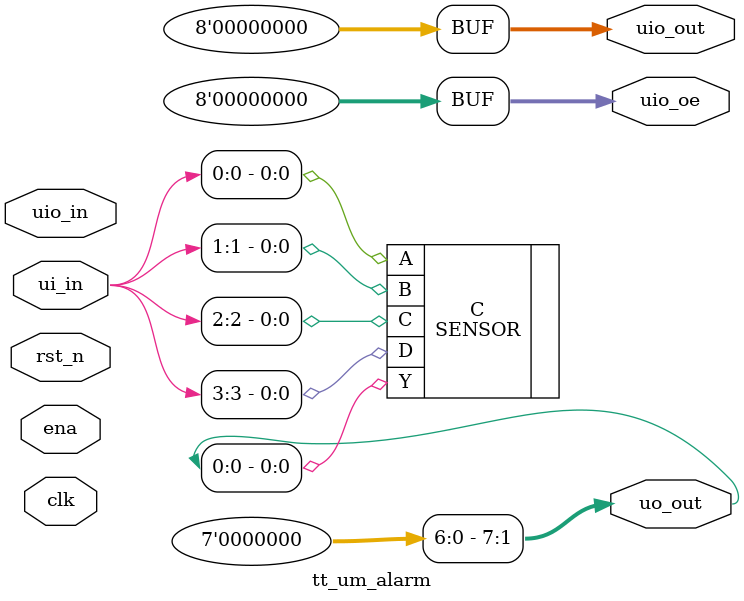
<source format=v>
/*
 * Copyright (c) 2024 Your Name
 * SPDX-License-Identifier: Apache-2.0
 */

`default_nettype none

module tt_um_alarm (
    input  wire [7:0] ui_in,    // Dedicated inputs
    output wire [7:0] uo_out,   // Dedicated outputs
    input  wire [7:0] uio_in,   // IOs: Input path
    output wire [7:0] uio_out,  // IOs: Output path
    output wire [7:0] uio_oe,   // IOs: Enable path (active high: 0=input, 1=output)
    input  wire       ena,      // always 1 when the design is powered, so you can ignore it
    input  wire       clk,      // clock
    input  wire       rst_n     // reset_n - low to reset
);
    SENSOR C (
    .A(ui_in[0]),
    .B(ui_in[1]),
    .C(ui_in[2]),
    .D(ui_in[3]),
    .Y(uo_out[0])
);
   
  // All output pins must be assigned. If not used, assign to 0.
    assign uo_out[7:1]  = 1'b0000000;  // Example: ou_out is the sum of ui_in and uio_in
    assign uio_out[7:0] = 8'b00000000;
    assign uio_oe[7:0]  = 8'b00000000;

  // List all unused inputs to prevent warnings
    wire _unused = &{ena, clk, rst_n, ui_in[7:4], uio_in[7:0]};
endmodule

</source>
